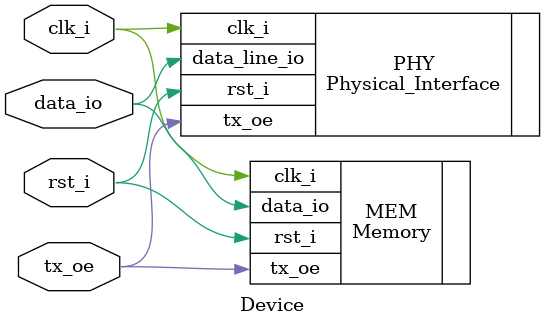
<source format=v>
`timescale 1ns / 1ps
module Device (
	input clk_i,
	input rst_i,
	input tx_oe,
	inout data_io
	);

	// module instantiations
	// Instantiate the module
	Physical_Interface PHY (
		 .clk_i(clk_i), 
		 .rst_i(rst_i), 
		 .tx_oe(tx_oe), 
		 .data_line_io(data_io)
		 );
		 
	// Instantiate the module
	Memory MEM (
		 .clk_i(clk_i), 
		 .rst_i(rst_i), 
		 .data_io(data_io), 
		 .tx_oe(tx_oe)
		 );



endmodule

</source>
